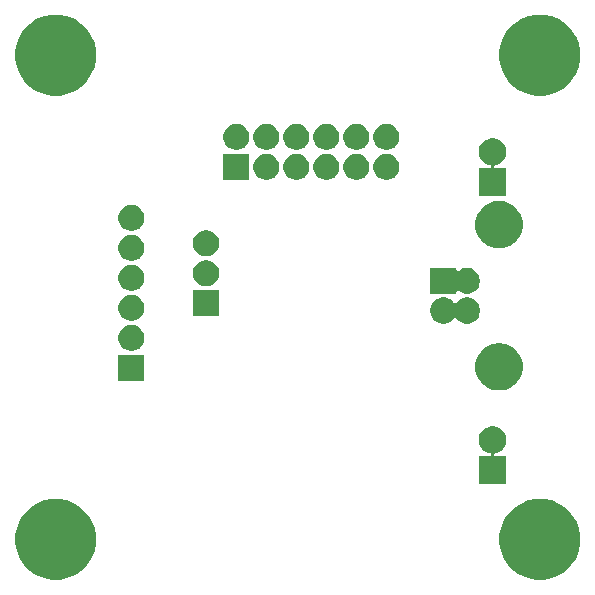
<source format=gbs>
G04 #@! TF.GenerationSoftware,KiCad,Pcbnew,(5.1.5)-3*
G04 #@! TF.CreationDate,2020-07-12T13:50:54-04:00*
G04 #@! TF.ProjectId,FTDI-USB-TTL-49MM,46544449-2d55-4534-922d-54544c2d3439,1*
G04 #@! TF.SameCoordinates,Original*
G04 #@! TF.FileFunction,Soldermask,Bot*
G04 #@! TF.FilePolarity,Negative*
%FSLAX46Y46*%
G04 Gerber Fmt 4.6, Leading zero omitted, Abs format (unit mm)*
G04 Created by KiCad (PCBNEW (5.1.5)-3) date 2020-07-12 13:50:54*
%MOMM*%
%LPD*%
G04 APERTURE LIST*
%ADD10C,0.150000*%
G04 APERTURE END LIST*
D10*
G36*
X46000201Y-41702774D02*
G01*
X46624239Y-41961259D01*
X46624240Y-41961260D01*
X47185860Y-42336522D01*
X47663478Y-42814140D01*
X47914220Y-43189403D01*
X48038741Y-43375761D01*
X48297226Y-43999799D01*
X48429000Y-44662272D01*
X48429000Y-45337728D01*
X48297226Y-46000201D01*
X48038741Y-46624239D01*
X48038740Y-46624240D01*
X47663478Y-47185860D01*
X47185860Y-47663478D01*
X46810597Y-47914220D01*
X46624239Y-48038741D01*
X46000201Y-48297226D01*
X45337728Y-48429000D01*
X44662272Y-48429000D01*
X43999799Y-48297226D01*
X43375761Y-48038741D01*
X43189403Y-47914220D01*
X42814140Y-47663478D01*
X42336522Y-47185860D01*
X41961260Y-46624240D01*
X41961259Y-46624239D01*
X41702774Y-46000201D01*
X41571000Y-45337728D01*
X41571000Y-44662272D01*
X41702774Y-43999799D01*
X41961259Y-43375761D01*
X42085780Y-43189403D01*
X42336522Y-42814140D01*
X42814140Y-42336522D01*
X43375760Y-41961260D01*
X43375761Y-41961259D01*
X43999799Y-41702774D01*
X44662272Y-41571000D01*
X45337728Y-41571000D01*
X46000201Y-41702774D01*
G37*
G36*
X5000201Y-41702774D02*
G01*
X5624239Y-41961259D01*
X5624240Y-41961260D01*
X6185860Y-42336522D01*
X6663478Y-42814140D01*
X6914220Y-43189403D01*
X7038741Y-43375761D01*
X7297226Y-43999799D01*
X7429000Y-44662272D01*
X7429000Y-45337728D01*
X7297226Y-46000201D01*
X7038741Y-46624239D01*
X7038740Y-46624240D01*
X6663478Y-47185860D01*
X6185860Y-47663478D01*
X5810597Y-47914220D01*
X5624239Y-48038741D01*
X5000201Y-48297226D01*
X4337728Y-48429000D01*
X3662272Y-48429000D01*
X2999799Y-48297226D01*
X2375761Y-48038741D01*
X2189403Y-47914220D01*
X1814140Y-47663478D01*
X1336522Y-47185860D01*
X961260Y-46624240D01*
X961259Y-46624239D01*
X702774Y-46000201D01*
X571000Y-45337728D01*
X571000Y-44662272D01*
X702774Y-43999799D01*
X961259Y-43375761D01*
X1085780Y-43189403D01*
X1336522Y-42814140D01*
X1814140Y-42336522D01*
X2375760Y-41961260D01*
X2375761Y-41961259D01*
X2999799Y-41702774D01*
X3662272Y-41571000D01*
X4337728Y-41571000D01*
X5000201Y-41702774D01*
G37*
G36*
X41336609Y-35466347D02*
G01*
X41546623Y-35553337D01*
X41735632Y-35679629D01*
X41896371Y-35840368D01*
X42022663Y-36029377D01*
X42109653Y-36239391D01*
X42154000Y-36462340D01*
X42154000Y-36689660D01*
X42109653Y-36912609D01*
X42022663Y-37122623D01*
X41896371Y-37311632D01*
X41735632Y-37472371D01*
X41546623Y-37598663D01*
X41336609Y-37685653D01*
X41192067Y-37714404D01*
X41168618Y-37721517D01*
X41147007Y-37733068D01*
X41128065Y-37748613D01*
X41112520Y-37767555D01*
X41100969Y-37789166D01*
X41093856Y-37812615D01*
X41091454Y-37837001D01*
X41093856Y-37861387D01*
X41100969Y-37884836D01*
X41112520Y-37906447D01*
X41128065Y-37925389D01*
X41147007Y-37940934D01*
X41168618Y-37952485D01*
X41192067Y-37959598D01*
X41216453Y-37962000D01*
X42154000Y-37962000D01*
X42154000Y-40270000D01*
X39846000Y-40270000D01*
X39846000Y-37962000D01*
X40783547Y-37962000D01*
X40807933Y-37959598D01*
X40831382Y-37952485D01*
X40852993Y-37940934D01*
X40871935Y-37925389D01*
X40887480Y-37906447D01*
X40899031Y-37884836D01*
X40906144Y-37861387D01*
X40908546Y-37837001D01*
X40906144Y-37812615D01*
X40899031Y-37789166D01*
X40887480Y-37767555D01*
X40871935Y-37748613D01*
X40852993Y-37733068D01*
X40831382Y-37721517D01*
X40807933Y-37714404D01*
X40663391Y-37685653D01*
X40453377Y-37598663D01*
X40264368Y-37472371D01*
X40103629Y-37311632D01*
X39977337Y-37122623D01*
X39890347Y-36912609D01*
X39846000Y-36689660D01*
X39846000Y-36462340D01*
X39890347Y-36239391D01*
X39977337Y-36029377D01*
X40103629Y-35840368D01*
X40264368Y-35679629D01*
X40453377Y-35553337D01*
X40663391Y-35466347D01*
X40886340Y-35422000D01*
X41113660Y-35422000D01*
X41336609Y-35466347D01*
G37*
G36*
X41930961Y-28418506D02*
G01*
X42124545Y-28457013D01*
X42489250Y-28608079D01*
X42817475Y-28827392D01*
X43096608Y-29106525D01*
X43315921Y-29434750D01*
X43466987Y-29799455D01*
X43544000Y-30186623D01*
X43544000Y-30581377D01*
X43466987Y-30968545D01*
X43315921Y-31333250D01*
X43096608Y-31661475D01*
X42817475Y-31940608D01*
X42489250Y-32159921D01*
X42124545Y-32310987D01*
X41930961Y-32349494D01*
X41737378Y-32388000D01*
X41342622Y-32388000D01*
X41149039Y-32349494D01*
X40955455Y-32310987D01*
X40590750Y-32159921D01*
X40262525Y-31940608D01*
X39983392Y-31661475D01*
X39764079Y-31333250D01*
X39613013Y-30968545D01*
X39536000Y-30581377D01*
X39536000Y-30186623D01*
X39613013Y-29799455D01*
X39764079Y-29434750D01*
X39983392Y-29106525D01*
X40262525Y-28827392D01*
X40590750Y-28608079D01*
X40955455Y-28457013D01*
X41149039Y-28418506D01*
X41342622Y-28380000D01*
X41737378Y-28380000D01*
X41930961Y-28418506D01*
G37*
G36*
X11518000Y-31584000D02*
G01*
X9310000Y-31584000D01*
X9310000Y-29376000D01*
X11518000Y-29376000D01*
X11518000Y-31584000D01*
G37*
G36*
X10736024Y-26878425D02*
G01*
X10936939Y-26961647D01*
X10936940Y-26961648D01*
X11117759Y-27082467D01*
X11271533Y-27236241D01*
X11271534Y-27236243D01*
X11392353Y-27417061D01*
X11475575Y-27617976D01*
X11518000Y-27831264D01*
X11518000Y-28048736D01*
X11475575Y-28262024D01*
X11392353Y-28462939D01*
X11392352Y-28462940D01*
X11271533Y-28643759D01*
X11117759Y-28797533D01*
X11026735Y-28858353D01*
X10936939Y-28918353D01*
X10736024Y-29001575D01*
X10522736Y-29044000D01*
X10305264Y-29044000D01*
X10091976Y-29001575D01*
X9891061Y-28918353D01*
X9801265Y-28858353D01*
X9710241Y-28797533D01*
X9556467Y-28643759D01*
X9435648Y-28462940D01*
X9435647Y-28462939D01*
X9352425Y-28262024D01*
X9310000Y-28048736D01*
X9310000Y-27831264D01*
X9352425Y-27617976D01*
X9435647Y-27417061D01*
X9556466Y-27236243D01*
X9556467Y-27236241D01*
X9710241Y-27082467D01*
X9891060Y-26961648D01*
X9891061Y-26961647D01*
X10091976Y-26878425D01*
X10305264Y-26836000D01*
X10522736Y-26836000D01*
X10736024Y-26878425D01*
G37*
G36*
X37152024Y-24552425D02*
G01*
X37352939Y-24635647D01*
X37352940Y-24635648D01*
X37533759Y-24756467D01*
X37687533Y-24910241D01*
X37687534Y-24910243D01*
X37726067Y-24967912D01*
X37741612Y-24986854D01*
X37760554Y-25002399D01*
X37782165Y-25013950D01*
X37805614Y-25021063D01*
X37830000Y-25023465D01*
X37854386Y-25021063D01*
X37877835Y-25013950D01*
X37899446Y-25002399D01*
X37918388Y-24986854D01*
X37933933Y-24967912D01*
X37972466Y-24910243D01*
X37972467Y-24910241D01*
X38126241Y-24756467D01*
X38307060Y-24635648D01*
X38307061Y-24635647D01*
X38507976Y-24552425D01*
X38721264Y-24510000D01*
X38938736Y-24510000D01*
X39152024Y-24552425D01*
X39352939Y-24635647D01*
X39352940Y-24635648D01*
X39533759Y-24756467D01*
X39687533Y-24910241D01*
X39687534Y-24910243D01*
X39808353Y-25091061D01*
X39891575Y-25291976D01*
X39934000Y-25505264D01*
X39934000Y-25722736D01*
X39891575Y-25936024D01*
X39808353Y-26136939D01*
X39808352Y-26136940D01*
X39687533Y-26317759D01*
X39533759Y-26471533D01*
X39442735Y-26532353D01*
X39352939Y-26592353D01*
X39152024Y-26675575D01*
X38938736Y-26718000D01*
X38721264Y-26718000D01*
X38507976Y-26675575D01*
X38307061Y-26592353D01*
X38217265Y-26532353D01*
X38126241Y-26471533D01*
X37972467Y-26317759D01*
X37933931Y-26260085D01*
X37918388Y-26241146D01*
X37899446Y-26225601D01*
X37877835Y-26214050D01*
X37854386Y-26206937D01*
X37830000Y-26204535D01*
X37805614Y-26206937D01*
X37782165Y-26214050D01*
X37760554Y-26225601D01*
X37741612Y-26241146D01*
X37726069Y-26260085D01*
X37687533Y-26317759D01*
X37533759Y-26471533D01*
X37442735Y-26532353D01*
X37352939Y-26592353D01*
X37152024Y-26675575D01*
X36938736Y-26718000D01*
X36721264Y-26718000D01*
X36507976Y-26675575D01*
X36307061Y-26592353D01*
X36217265Y-26532353D01*
X36126241Y-26471533D01*
X35972467Y-26317759D01*
X35851648Y-26136940D01*
X35851647Y-26136939D01*
X35768425Y-25936024D01*
X35726000Y-25722736D01*
X35726000Y-25505264D01*
X35768425Y-25291976D01*
X35851647Y-25091061D01*
X35972466Y-24910243D01*
X35972467Y-24910241D01*
X36126241Y-24756467D01*
X36307060Y-24635648D01*
X36307061Y-24635647D01*
X36507976Y-24552425D01*
X36721264Y-24510000D01*
X36938736Y-24510000D01*
X37152024Y-24552425D01*
G37*
G36*
X10736024Y-24338425D02*
G01*
X10936939Y-24421647D01*
X10936940Y-24421648D01*
X11117759Y-24542467D01*
X11271533Y-24696241D01*
X11332353Y-24787265D01*
X11392353Y-24877061D01*
X11475575Y-25077976D01*
X11518000Y-25291264D01*
X11518000Y-25508736D01*
X11475575Y-25722024D01*
X11392353Y-25922939D01*
X11392352Y-25922940D01*
X11271533Y-26103759D01*
X11117759Y-26257533D01*
X11113935Y-26260088D01*
X10936939Y-26378353D01*
X10736024Y-26461575D01*
X10522736Y-26504000D01*
X10305264Y-26504000D01*
X10091976Y-26461575D01*
X9891061Y-26378353D01*
X9714065Y-26260088D01*
X9710241Y-26257533D01*
X9556467Y-26103759D01*
X9435648Y-25922940D01*
X9435647Y-25922939D01*
X9352425Y-25722024D01*
X9310000Y-25508736D01*
X9310000Y-25291264D01*
X9352425Y-25077976D01*
X9435647Y-24877061D01*
X9495647Y-24787265D01*
X9556467Y-24696241D01*
X9710241Y-24542467D01*
X9891060Y-24421648D01*
X9891061Y-24421647D01*
X10091976Y-24338425D01*
X10305264Y-24296000D01*
X10522736Y-24296000D01*
X10736024Y-24338425D01*
G37*
G36*
X17842600Y-26097600D02*
G01*
X15634600Y-26097600D01*
X15634600Y-23889600D01*
X17842600Y-23889600D01*
X17842600Y-26097600D01*
G37*
G36*
X37934000Y-22151062D02*
G01*
X37936402Y-22175448D01*
X37943515Y-22198897D01*
X37955066Y-22220508D01*
X37970611Y-22239450D01*
X37989553Y-22254995D01*
X38011164Y-22266546D01*
X38034613Y-22273659D01*
X38058999Y-22276061D01*
X38083385Y-22273659D01*
X38106834Y-22266546D01*
X38128440Y-22254998D01*
X38307060Y-22135648D01*
X38307061Y-22135647D01*
X38507976Y-22052425D01*
X38721264Y-22010000D01*
X38938736Y-22010000D01*
X39152024Y-22052425D01*
X39352939Y-22135647D01*
X39352940Y-22135648D01*
X39533759Y-22256467D01*
X39687533Y-22410241D01*
X39687534Y-22410243D01*
X39808353Y-22591061D01*
X39891575Y-22791976D01*
X39934000Y-23005264D01*
X39934000Y-23222736D01*
X39891575Y-23436024D01*
X39808353Y-23636939D01*
X39808352Y-23636940D01*
X39687533Y-23817759D01*
X39533759Y-23971533D01*
X39508291Y-23988550D01*
X39352939Y-24092353D01*
X39152024Y-24175575D01*
X38938736Y-24218000D01*
X38721264Y-24218000D01*
X38507976Y-24175575D01*
X38307061Y-24092353D01*
X38180058Y-24007492D01*
X38128440Y-23973002D01*
X38106834Y-23961454D01*
X38083385Y-23954341D01*
X38058999Y-23951939D01*
X38034613Y-23954341D01*
X38011164Y-23961454D01*
X37989554Y-23973005D01*
X37970612Y-23988550D01*
X37955066Y-24007492D01*
X37943515Y-24029103D01*
X37936402Y-24052552D01*
X37934000Y-24076938D01*
X37934000Y-24218000D01*
X35726000Y-24218000D01*
X35726000Y-22010000D01*
X37934000Y-22010000D01*
X37934000Y-22151062D01*
G37*
G36*
X10736024Y-21798425D02*
G01*
X10936939Y-21881647D01*
X10936940Y-21881648D01*
X11117759Y-22002467D01*
X11271533Y-22156241D01*
X11300035Y-22198897D01*
X11392353Y-22337061D01*
X11475575Y-22537976D01*
X11518000Y-22751264D01*
X11518000Y-22968736D01*
X11475575Y-23182024D01*
X11392353Y-23382939D01*
X11392352Y-23382940D01*
X11271533Y-23563759D01*
X11117759Y-23717533D01*
X11026735Y-23778353D01*
X10936939Y-23838353D01*
X10736024Y-23921575D01*
X10522736Y-23964000D01*
X10305264Y-23964000D01*
X10091976Y-23921575D01*
X9891061Y-23838353D01*
X9801265Y-23778353D01*
X9710241Y-23717533D01*
X9556467Y-23563759D01*
X9435648Y-23382940D01*
X9435647Y-23382939D01*
X9352425Y-23182024D01*
X9310000Y-22968736D01*
X9310000Y-22751264D01*
X9352425Y-22537976D01*
X9435647Y-22337061D01*
X9527965Y-22198897D01*
X9556467Y-22156241D01*
X9710241Y-22002467D01*
X9891060Y-21881648D01*
X9891061Y-21881647D01*
X10091976Y-21798425D01*
X10305264Y-21756000D01*
X10522736Y-21756000D01*
X10736024Y-21798425D01*
G37*
G36*
X17060624Y-21392025D02*
G01*
X17261539Y-21475247D01*
X17261540Y-21475248D01*
X17442359Y-21596067D01*
X17596133Y-21749841D01*
X17596134Y-21749843D01*
X17716953Y-21930661D01*
X17800175Y-22131576D01*
X17842600Y-22344864D01*
X17842600Y-22562336D01*
X17800175Y-22775624D01*
X17716953Y-22976539D01*
X17697759Y-23005265D01*
X17596133Y-23157359D01*
X17442359Y-23311133D01*
X17351335Y-23371953D01*
X17261539Y-23431953D01*
X17060624Y-23515175D01*
X16847336Y-23557600D01*
X16629864Y-23557600D01*
X16416576Y-23515175D01*
X16215661Y-23431953D01*
X16125865Y-23371953D01*
X16034841Y-23311133D01*
X15881067Y-23157359D01*
X15779441Y-23005265D01*
X15760247Y-22976539D01*
X15677025Y-22775624D01*
X15634600Y-22562336D01*
X15634600Y-22344864D01*
X15677025Y-22131576D01*
X15760247Y-21930661D01*
X15881066Y-21749843D01*
X15881067Y-21749841D01*
X16034841Y-21596067D01*
X16215660Y-21475248D01*
X16215661Y-21475247D01*
X16416576Y-21392025D01*
X16629864Y-21349600D01*
X16847336Y-21349600D01*
X17060624Y-21392025D01*
G37*
G36*
X10736024Y-19258425D02*
G01*
X10936939Y-19341647D01*
X10936940Y-19341648D01*
X11117759Y-19462467D01*
X11271533Y-19616241D01*
X11271534Y-19616243D01*
X11392353Y-19797061D01*
X11475575Y-19997976D01*
X11518000Y-20211264D01*
X11518000Y-20428736D01*
X11475575Y-20642024D01*
X11392353Y-20842939D01*
X11392352Y-20842940D01*
X11271533Y-21023759D01*
X11117759Y-21177533D01*
X11026735Y-21238353D01*
X10936939Y-21298353D01*
X10736024Y-21381575D01*
X10522736Y-21424000D01*
X10305264Y-21424000D01*
X10091976Y-21381575D01*
X9891061Y-21298353D01*
X9801265Y-21238353D01*
X9710241Y-21177533D01*
X9556467Y-21023759D01*
X9435648Y-20842940D01*
X9435647Y-20842939D01*
X9352425Y-20642024D01*
X9310000Y-20428736D01*
X9310000Y-20211264D01*
X9352425Y-19997976D01*
X9435647Y-19797061D01*
X9556466Y-19616243D01*
X9556467Y-19616241D01*
X9710241Y-19462467D01*
X9891060Y-19341648D01*
X9891061Y-19341647D01*
X10091976Y-19258425D01*
X10305264Y-19216000D01*
X10522736Y-19216000D01*
X10736024Y-19258425D01*
G37*
G36*
X17060624Y-18852025D02*
G01*
X17261539Y-18935247D01*
X17261540Y-18935248D01*
X17442359Y-19056067D01*
X17596133Y-19209841D01*
X17596134Y-19209843D01*
X17716953Y-19390661D01*
X17800175Y-19591576D01*
X17842600Y-19804864D01*
X17842600Y-20022336D01*
X17800175Y-20235624D01*
X17716953Y-20436539D01*
X17716952Y-20436540D01*
X17596133Y-20617359D01*
X17442359Y-20771133D01*
X17351335Y-20831953D01*
X17261539Y-20891953D01*
X17060624Y-20975175D01*
X16847336Y-21017600D01*
X16629864Y-21017600D01*
X16416576Y-20975175D01*
X16215661Y-20891953D01*
X16125865Y-20831953D01*
X16034841Y-20771133D01*
X15881067Y-20617359D01*
X15760248Y-20436540D01*
X15760247Y-20436539D01*
X15677025Y-20235624D01*
X15634600Y-20022336D01*
X15634600Y-19804864D01*
X15677025Y-19591576D01*
X15760247Y-19390661D01*
X15881066Y-19209843D01*
X15881067Y-19209841D01*
X16034841Y-19056067D01*
X16215660Y-18935248D01*
X16215661Y-18935247D01*
X16416576Y-18852025D01*
X16629864Y-18809600D01*
X16847336Y-18809600D01*
X17060624Y-18852025D01*
G37*
G36*
X41930961Y-16378506D02*
G01*
X42124545Y-16417013D01*
X42489250Y-16568079D01*
X42817475Y-16787392D01*
X43096608Y-17066525D01*
X43315921Y-17394750D01*
X43466987Y-17759455D01*
X43544000Y-18146623D01*
X43544000Y-18541377D01*
X43466987Y-18928545D01*
X43315921Y-19293250D01*
X43096608Y-19621475D01*
X42817475Y-19900608D01*
X42489250Y-20119921D01*
X42124545Y-20270987D01*
X41930961Y-20309494D01*
X41737378Y-20348000D01*
X41342622Y-20348000D01*
X41149039Y-20309493D01*
X40955455Y-20270987D01*
X40590750Y-20119921D01*
X40262525Y-19900608D01*
X39983392Y-19621475D01*
X39764079Y-19293250D01*
X39613013Y-18928545D01*
X39536000Y-18541377D01*
X39536000Y-18146623D01*
X39613013Y-17759455D01*
X39764079Y-17394750D01*
X39983392Y-17066525D01*
X40262525Y-16787392D01*
X40590750Y-16568079D01*
X40955455Y-16417013D01*
X41149039Y-16378506D01*
X41342622Y-16340000D01*
X41737378Y-16340000D01*
X41930961Y-16378506D01*
G37*
G36*
X10736024Y-16718425D02*
G01*
X10936939Y-16801647D01*
X10936940Y-16801648D01*
X11117759Y-16922467D01*
X11271533Y-17076241D01*
X11271534Y-17076243D01*
X11392353Y-17257061D01*
X11475575Y-17457976D01*
X11518000Y-17671264D01*
X11518000Y-17888736D01*
X11475575Y-18102024D01*
X11392353Y-18302939D01*
X11392352Y-18302940D01*
X11271533Y-18483759D01*
X11117759Y-18637533D01*
X11026735Y-18698353D01*
X10936939Y-18758353D01*
X10736024Y-18841575D01*
X10522736Y-18884000D01*
X10305264Y-18884000D01*
X10091976Y-18841575D01*
X9891061Y-18758353D01*
X9801265Y-18698353D01*
X9710241Y-18637533D01*
X9556467Y-18483759D01*
X9435648Y-18302940D01*
X9435647Y-18302939D01*
X9352425Y-18102024D01*
X9310000Y-17888736D01*
X9310000Y-17671264D01*
X9352425Y-17457976D01*
X9435647Y-17257061D01*
X9556466Y-17076243D01*
X9556467Y-17076241D01*
X9710241Y-16922467D01*
X9891060Y-16801648D01*
X9891061Y-16801647D01*
X10091976Y-16718425D01*
X10305264Y-16676000D01*
X10522736Y-16676000D01*
X10736024Y-16718425D01*
G37*
G36*
X41336609Y-11080347D02*
G01*
X41546623Y-11167337D01*
X41735632Y-11293629D01*
X41896371Y-11454368D01*
X42022663Y-11643377D01*
X42109653Y-11853391D01*
X42154000Y-12076340D01*
X42154000Y-12303660D01*
X42109653Y-12526609D01*
X42022663Y-12736623D01*
X41896371Y-12925632D01*
X41735632Y-13086371D01*
X41546623Y-13212663D01*
X41336609Y-13299653D01*
X41192067Y-13328404D01*
X41168618Y-13335517D01*
X41147007Y-13347068D01*
X41128065Y-13362613D01*
X41112520Y-13381555D01*
X41100969Y-13403166D01*
X41093856Y-13426615D01*
X41091454Y-13451001D01*
X41093856Y-13475387D01*
X41100969Y-13498836D01*
X41112520Y-13520447D01*
X41128065Y-13539389D01*
X41147007Y-13554934D01*
X41168618Y-13566485D01*
X41192067Y-13573598D01*
X41216453Y-13576000D01*
X42154000Y-13576000D01*
X42154000Y-15884000D01*
X39846000Y-15884000D01*
X39846000Y-13576000D01*
X40783547Y-13576000D01*
X40807933Y-13573598D01*
X40831382Y-13566485D01*
X40852993Y-13554934D01*
X40871935Y-13539389D01*
X40887480Y-13520447D01*
X40899031Y-13498836D01*
X40906144Y-13475387D01*
X40908546Y-13451001D01*
X40906144Y-13426615D01*
X40899031Y-13403166D01*
X40887480Y-13381555D01*
X40871935Y-13362613D01*
X40852993Y-13347068D01*
X40831382Y-13335517D01*
X40807933Y-13328404D01*
X40663391Y-13299653D01*
X40453377Y-13212663D01*
X40264368Y-13086371D01*
X40103629Y-12925632D01*
X39977337Y-12736623D01*
X39890347Y-12526609D01*
X39846000Y-12303660D01*
X39846000Y-12076340D01*
X39890347Y-11853391D01*
X39977337Y-11643377D01*
X40103629Y-11454368D01*
X40264368Y-11293629D01*
X40453377Y-11167337D01*
X40663391Y-11080347D01*
X40886340Y-11036000D01*
X41113660Y-11036000D01*
X41336609Y-11080347D01*
G37*
G36*
X20408000Y-14566000D02*
G01*
X18200000Y-14566000D01*
X18200000Y-12358000D01*
X20408000Y-12358000D01*
X20408000Y-14566000D01*
G37*
G36*
X22166024Y-12400425D02*
G01*
X22366939Y-12483647D01*
X22366940Y-12483648D01*
X22547759Y-12604467D01*
X22701533Y-12758241D01*
X22701534Y-12758243D01*
X22822353Y-12939061D01*
X22905575Y-13139976D01*
X22948000Y-13353264D01*
X22948000Y-13570736D01*
X22905575Y-13784024D01*
X22822353Y-13984939D01*
X22822352Y-13984940D01*
X22701533Y-14165759D01*
X22547759Y-14319533D01*
X22456735Y-14380353D01*
X22366939Y-14440353D01*
X22166024Y-14523575D01*
X21952736Y-14566000D01*
X21735264Y-14566000D01*
X21521976Y-14523575D01*
X21321061Y-14440353D01*
X21231265Y-14380353D01*
X21140241Y-14319533D01*
X20986467Y-14165759D01*
X20865648Y-13984940D01*
X20865647Y-13984939D01*
X20782425Y-13784024D01*
X20740000Y-13570736D01*
X20740000Y-13353264D01*
X20782425Y-13139976D01*
X20865647Y-12939061D01*
X20986466Y-12758243D01*
X20986467Y-12758241D01*
X21140241Y-12604467D01*
X21321060Y-12483648D01*
X21321061Y-12483647D01*
X21521976Y-12400425D01*
X21735264Y-12358000D01*
X21952736Y-12358000D01*
X22166024Y-12400425D01*
G37*
G36*
X24706024Y-12400425D02*
G01*
X24906939Y-12483647D01*
X24906940Y-12483648D01*
X25087759Y-12604467D01*
X25241533Y-12758241D01*
X25241534Y-12758243D01*
X25362353Y-12939061D01*
X25445575Y-13139976D01*
X25488000Y-13353264D01*
X25488000Y-13570736D01*
X25445575Y-13784024D01*
X25362353Y-13984939D01*
X25362352Y-13984940D01*
X25241533Y-14165759D01*
X25087759Y-14319533D01*
X24996735Y-14380353D01*
X24906939Y-14440353D01*
X24706024Y-14523575D01*
X24492736Y-14566000D01*
X24275264Y-14566000D01*
X24061976Y-14523575D01*
X23861061Y-14440353D01*
X23771265Y-14380353D01*
X23680241Y-14319533D01*
X23526467Y-14165759D01*
X23405648Y-13984940D01*
X23405647Y-13984939D01*
X23322425Y-13784024D01*
X23280000Y-13570736D01*
X23280000Y-13353264D01*
X23322425Y-13139976D01*
X23405647Y-12939061D01*
X23526466Y-12758243D01*
X23526467Y-12758241D01*
X23680241Y-12604467D01*
X23861060Y-12483648D01*
X23861061Y-12483647D01*
X24061976Y-12400425D01*
X24275264Y-12358000D01*
X24492736Y-12358000D01*
X24706024Y-12400425D01*
G37*
G36*
X27246024Y-12400425D02*
G01*
X27446939Y-12483647D01*
X27446940Y-12483648D01*
X27627759Y-12604467D01*
X27781533Y-12758241D01*
X27781534Y-12758243D01*
X27902353Y-12939061D01*
X27985575Y-13139976D01*
X28028000Y-13353264D01*
X28028000Y-13570736D01*
X27985575Y-13784024D01*
X27902353Y-13984939D01*
X27902352Y-13984940D01*
X27781533Y-14165759D01*
X27627759Y-14319533D01*
X27536735Y-14380353D01*
X27446939Y-14440353D01*
X27246024Y-14523575D01*
X27032736Y-14566000D01*
X26815264Y-14566000D01*
X26601976Y-14523575D01*
X26401061Y-14440353D01*
X26311265Y-14380353D01*
X26220241Y-14319533D01*
X26066467Y-14165759D01*
X25945648Y-13984940D01*
X25945647Y-13984939D01*
X25862425Y-13784024D01*
X25820000Y-13570736D01*
X25820000Y-13353264D01*
X25862425Y-13139976D01*
X25945647Y-12939061D01*
X26066466Y-12758243D01*
X26066467Y-12758241D01*
X26220241Y-12604467D01*
X26401060Y-12483648D01*
X26401061Y-12483647D01*
X26601976Y-12400425D01*
X26815264Y-12358000D01*
X27032736Y-12358000D01*
X27246024Y-12400425D01*
G37*
G36*
X29786024Y-12400425D02*
G01*
X29986939Y-12483647D01*
X29986940Y-12483648D01*
X30167759Y-12604467D01*
X30321533Y-12758241D01*
X30321534Y-12758243D01*
X30442353Y-12939061D01*
X30525575Y-13139976D01*
X30568000Y-13353264D01*
X30568000Y-13570736D01*
X30525575Y-13784024D01*
X30442353Y-13984939D01*
X30442352Y-13984940D01*
X30321533Y-14165759D01*
X30167759Y-14319533D01*
X30076735Y-14380353D01*
X29986939Y-14440353D01*
X29786024Y-14523575D01*
X29572736Y-14566000D01*
X29355264Y-14566000D01*
X29141976Y-14523575D01*
X28941061Y-14440353D01*
X28851265Y-14380353D01*
X28760241Y-14319533D01*
X28606467Y-14165759D01*
X28485648Y-13984940D01*
X28485647Y-13984939D01*
X28402425Y-13784024D01*
X28360000Y-13570736D01*
X28360000Y-13353264D01*
X28402425Y-13139976D01*
X28485647Y-12939061D01*
X28606466Y-12758243D01*
X28606467Y-12758241D01*
X28760241Y-12604467D01*
X28941060Y-12483648D01*
X28941061Y-12483647D01*
X29141976Y-12400425D01*
X29355264Y-12358000D01*
X29572736Y-12358000D01*
X29786024Y-12400425D01*
G37*
G36*
X32326024Y-12400425D02*
G01*
X32526939Y-12483647D01*
X32526940Y-12483648D01*
X32707759Y-12604467D01*
X32861533Y-12758241D01*
X32861534Y-12758243D01*
X32982353Y-12939061D01*
X33065575Y-13139976D01*
X33108000Y-13353264D01*
X33108000Y-13570736D01*
X33065575Y-13784024D01*
X32982353Y-13984939D01*
X32982352Y-13984940D01*
X32861533Y-14165759D01*
X32707759Y-14319533D01*
X32616735Y-14380353D01*
X32526939Y-14440353D01*
X32326024Y-14523575D01*
X32112736Y-14566000D01*
X31895264Y-14566000D01*
X31681976Y-14523575D01*
X31481061Y-14440353D01*
X31391265Y-14380353D01*
X31300241Y-14319533D01*
X31146467Y-14165759D01*
X31025648Y-13984940D01*
X31025647Y-13984939D01*
X30942425Y-13784024D01*
X30900000Y-13570736D01*
X30900000Y-13353264D01*
X30942425Y-13139976D01*
X31025647Y-12939061D01*
X31146466Y-12758243D01*
X31146467Y-12758241D01*
X31300241Y-12604467D01*
X31481060Y-12483648D01*
X31481061Y-12483647D01*
X31681976Y-12400425D01*
X31895264Y-12358000D01*
X32112736Y-12358000D01*
X32326024Y-12400425D01*
G37*
G36*
X19626024Y-9860425D02*
G01*
X19826939Y-9943647D01*
X19826940Y-9943648D01*
X20007759Y-10064467D01*
X20161533Y-10218241D01*
X20161534Y-10218243D01*
X20282353Y-10399061D01*
X20365575Y-10599976D01*
X20408000Y-10813264D01*
X20408000Y-11030736D01*
X20365575Y-11244024D01*
X20282353Y-11444939D01*
X20222353Y-11534735D01*
X20161533Y-11625759D01*
X20007759Y-11779533D01*
X19916735Y-11840353D01*
X19826939Y-11900353D01*
X19626024Y-11983575D01*
X19412736Y-12026000D01*
X19195264Y-12026000D01*
X18981976Y-11983575D01*
X18781061Y-11900353D01*
X18691265Y-11840353D01*
X18600241Y-11779533D01*
X18446467Y-11625759D01*
X18385647Y-11534735D01*
X18325647Y-11444939D01*
X18242425Y-11244024D01*
X18200000Y-11030736D01*
X18200000Y-10813264D01*
X18242425Y-10599976D01*
X18325647Y-10399061D01*
X18446466Y-10218243D01*
X18446467Y-10218241D01*
X18600241Y-10064467D01*
X18781060Y-9943648D01*
X18781061Y-9943647D01*
X18981976Y-9860425D01*
X19195264Y-9818000D01*
X19412736Y-9818000D01*
X19626024Y-9860425D01*
G37*
G36*
X32326024Y-9860425D02*
G01*
X32526939Y-9943647D01*
X32526940Y-9943648D01*
X32707759Y-10064467D01*
X32861533Y-10218241D01*
X32861534Y-10218243D01*
X32982353Y-10399061D01*
X33065575Y-10599976D01*
X33108000Y-10813264D01*
X33108000Y-11030736D01*
X33065575Y-11244024D01*
X32982353Y-11444939D01*
X32922353Y-11534735D01*
X32861533Y-11625759D01*
X32707759Y-11779533D01*
X32616735Y-11840353D01*
X32526939Y-11900353D01*
X32326024Y-11983575D01*
X32112736Y-12026000D01*
X31895264Y-12026000D01*
X31681976Y-11983575D01*
X31481061Y-11900353D01*
X31391265Y-11840353D01*
X31300241Y-11779533D01*
X31146467Y-11625759D01*
X31085647Y-11534735D01*
X31025647Y-11444939D01*
X30942425Y-11244024D01*
X30900000Y-11030736D01*
X30900000Y-10813264D01*
X30942425Y-10599976D01*
X31025647Y-10399061D01*
X31146466Y-10218243D01*
X31146467Y-10218241D01*
X31300241Y-10064467D01*
X31481060Y-9943648D01*
X31481061Y-9943647D01*
X31681976Y-9860425D01*
X31895264Y-9818000D01*
X32112736Y-9818000D01*
X32326024Y-9860425D01*
G37*
G36*
X29786024Y-9860425D02*
G01*
X29986939Y-9943647D01*
X29986940Y-9943648D01*
X30167759Y-10064467D01*
X30321533Y-10218241D01*
X30321534Y-10218243D01*
X30442353Y-10399061D01*
X30525575Y-10599976D01*
X30568000Y-10813264D01*
X30568000Y-11030736D01*
X30525575Y-11244024D01*
X30442353Y-11444939D01*
X30382353Y-11534735D01*
X30321533Y-11625759D01*
X30167759Y-11779533D01*
X30076735Y-11840353D01*
X29986939Y-11900353D01*
X29786024Y-11983575D01*
X29572736Y-12026000D01*
X29355264Y-12026000D01*
X29141976Y-11983575D01*
X28941061Y-11900353D01*
X28851265Y-11840353D01*
X28760241Y-11779533D01*
X28606467Y-11625759D01*
X28545647Y-11534735D01*
X28485647Y-11444939D01*
X28402425Y-11244024D01*
X28360000Y-11030736D01*
X28360000Y-10813264D01*
X28402425Y-10599976D01*
X28485647Y-10399061D01*
X28606466Y-10218243D01*
X28606467Y-10218241D01*
X28760241Y-10064467D01*
X28941060Y-9943648D01*
X28941061Y-9943647D01*
X29141976Y-9860425D01*
X29355264Y-9818000D01*
X29572736Y-9818000D01*
X29786024Y-9860425D01*
G37*
G36*
X27246024Y-9860425D02*
G01*
X27446939Y-9943647D01*
X27446940Y-9943648D01*
X27627759Y-10064467D01*
X27781533Y-10218241D01*
X27781534Y-10218243D01*
X27902353Y-10399061D01*
X27985575Y-10599976D01*
X28028000Y-10813264D01*
X28028000Y-11030736D01*
X27985575Y-11244024D01*
X27902353Y-11444939D01*
X27842353Y-11534735D01*
X27781533Y-11625759D01*
X27627759Y-11779533D01*
X27536735Y-11840353D01*
X27446939Y-11900353D01*
X27246024Y-11983575D01*
X27032736Y-12026000D01*
X26815264Y-12026000D01*
X26601976Y-11983575D01*
X26401061Y-11900353D01*
X26311265Y-11840353D01*
X26220241Y-11779533D01*
X26066467Y-11625759D01*
X26005647Y-11534735D01*
X25945647Y-11444939D01*
X25862425Y-11244024D01*
X25820000Y-11030736D01*
X25820000Y-10813264D01*
X25862425Y-10599976D01*
X25945647Y-10399061D01*
X26066466Y-10218243D01*
X26066467Y-10218241D01*
X26220241Y-10064467D01*
X26401060Y-9943648D01*
X26401061Y-9943647D01*
X26601976Y-9860425D01*
X26815264Y-9818000D01*
X27032736Y-9818000D01*
X27246024Y-9860425D01*
G37*
G36*
X24706024Y-9860425D02*
G01*
X24906939Y-9943647D01*
X24906940Y-9943648D01*
X25087759Y-10064467D01*
X25241533Y-10218241D01*
X25241534Y-10218243D01*
X25362353Y-10399061D01*
X25445575Y-10599976D01*
X25488000Y-10813264D01*
X25488000Y-11030736D01*
X25445575Y-11244024D01*
X25362353Y-11444939D01*
X25302353Y-11534735D01*
X25241533Y-11625759D01*
X25087759Y-11779533D01*
X24996735Y-11840353D01*
X24906939Y-11900353D01*
X24706024Y-11983575D01*
X24492736Y-12026000D01*
X24275264Y-12026000D01*
X24061976Y-11983575D01*
X23861061Y-11900353D01*
X23771265Y-11840353D01*
X23680241Y-11779533D01*
X23526467Y-11625759D01*
X23465647Y-11534735D01*
X23405647Y-11444939D01*
X23322425Y-11244024D01*
X23280000Y-11030736D01*
X23280000Y-10813264D01*
X23322425Y-10599976D01*
X23405647Y-10399061D01*
X23526466Y-10218243D01*
X23526467Y-10218241D01*
X23680241Y-10064467D01*
X23861060Y-9943648D01*
X23861061Y-9943647D01*
X24061976Y-9860425D01*
X24275264Y-9818000D01*
X24492736Y-9818000D01*
X24706024Y-9860425D01*
G37*
G36*
X22166024Y-9860425D02*
G01*
X22366939Y-9943647D01*
X22366940Y-9943648D01*
X22547759Y-10064467D01*
X22701533Y-10218241D01*
X22701534Y-10218243D01*
X22822353Y-10399061D01*
X22905575Y-10599976D01*
X22948000Y-10813264D01*
X22948000Y-11030736D01*
X22905575Y-11244024D01*
X22822353Y-11444939D01*
X22762353Y-11534735D01*
X22701533Y-11625759D01*
X22547759Y-11779533D01*
X22456735Y-11840353D01*
X22366939Y-11900353D01*
X22166024Y-11983575D01*
X21952736Y-12026000D01*
X21735264Y-12026000D01*
X21521976Y-11983575D01*
X21321061Y-11900353D01*
X21231265Y-11840353D01*
X21140241Y-11779533D01*
X20986467Y-11625759D01*
X20925647Y-11534735D01*
X20865647Y-11444939D01*
X20782425Y-11244024D01*
X20740000Y-11030736D01*
X20740000Y-10813264D01*
X20782425Y-10599976D01*
X20865647Y-10399061D01*
X20986466Y-10218243D01*
X20986467Y-10218241D01*
X21140241Y-10064467D01*
X21321060Y-9943648D01*
X21321061Y-9943647D01*
X21521976Y-9860425D01*
X21735264Y-9818000D01*
X21952736Y-9818000D01*
X22166024Y-9860425D01*
G37*
G36*
X5000201Y-702774D02*
G01*
X5624239Y-961259D01*
X5624240Y-961260D01*
X6185860Y-1336522D01*
X6663478Y-1814140D01*
X6914220Y-2189403D01*
X7038741Y-2375761D01*
X7297226Y-2999799D01*
X7429000Y-3662272D01*
X7429000Y-4337728D01*
X7297226Y-5000201D01*
X7038741Y-5624239D01*
X7038740Y-5624240D01*
X6663478Y-6185860D01*
X6185860Y-6663478D01*
X5810597Y-6914220D01*
X5624239Y-7038741D01*
X5000201Y-7297226D01*
X4337728Y-7429000D01*
X3662272Y-7429000D01*
X2999799Y-7297226D01*
X2375761Y-7038741D01*
X2189403Y-6914220D01*
X1814140Y-6663478D01*
X1336522Y-6185860D01*
X961260Y-5624240D01*
X961259Y-5624239D01*
X702774Y-5000201D01*
X571000Y-4337728D01*
X571000Y-3662272D01*
X702774Y-2999799D01*
X961259Y-2375761D01*
X1085780Y-2189403D01*
X1336522Y-1814140D01*
X1814140Y-1336522D01*
X2375760Y-961260D01*
X2375761Y-961259D01*
X2999799Y-702774D01*
X3662272Y-571000D01*
X4337728Y-571000D01*
X5000201Y-702774D01*
G37*
G36*
X46000201Y-702774D02*
G01*
X46624239Y-961259D01*
X46624240Y-961260D01*
X47185860Y-1336522D01*
X47663478Y-1814140D01*
X47914220Y-2189403D01*
X48038741Y-2375761D01*
X48297226Y-2999799D01*
X48429000Y-3662272D01*
X48429000Y-4337728D01*
X48297226Y-5000201D01*
X48038741Y-5624239D01*
X48038740Y-5624240D01*
X47663478Y-6185860D01*
X47185860Y-6663478D01*
X46810597Y-6914220D01*
X46624239Y-7038741D01*
X46000201Y-7297226D01*
X45337728Y-7429000D01*
X44662272Y-7429000D01*
X43999799Y-7297226D01*
X43375761Y-7038741D01*
X43189403Y-6914220D01*
X42814140Y-6663478D01*
X42336522Y-6185860D01*
X41961260Y-5624240D01*
X41961259Y-5624239D01*
X41702774Y-5000201D01*
X41571000Y-4337728D01*
X41571000Y-3662272D01*
X41702774Y-2999799D01*
X41961259Y-2375761D01*
X42085780Y-2189403D01*
X42336522Y-1814140D01*
X42814140Y-1336522D01*
X43375760Y-961260D01*
X43375761Y-961259D01*
X43999799Y-702774D01*
X44662272Y-571000D01*
X45337728Y-571000D01*
X46000201Y-702774D01*
G37*
M02*

</source>
